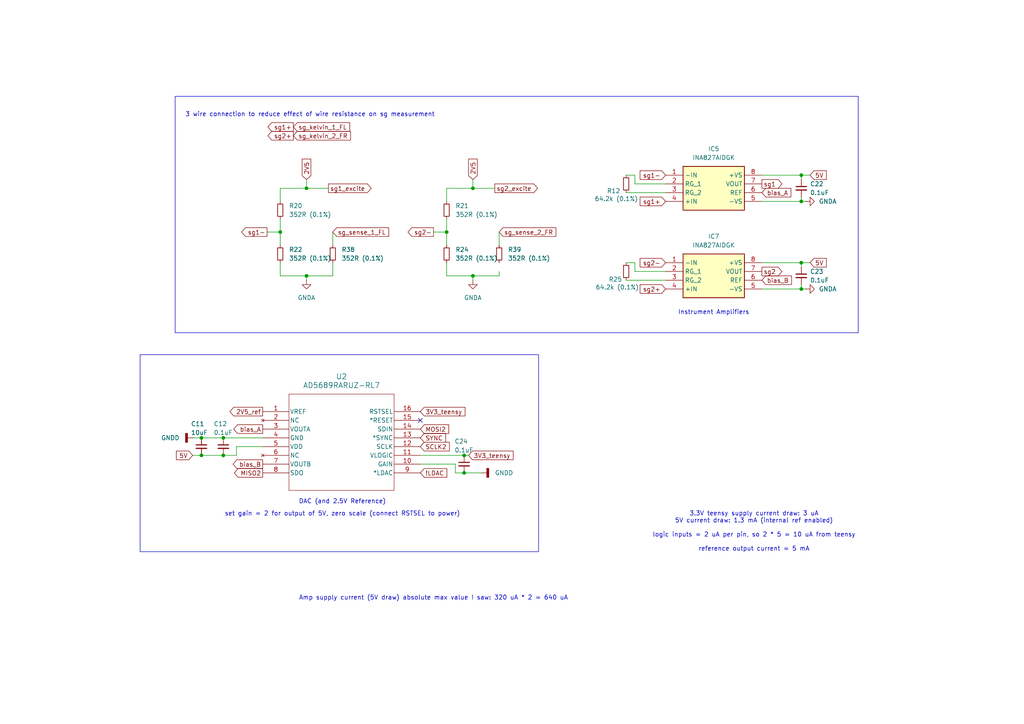
<source format=kicad_sch>
(kicad_sch (version 20250114) (generator "eeschema") (generator_version "9.0")
  (paper "A4")
  (lib_symbols
    (symbol "22XT_Main:AD5689RARUZ-RL7" (pin_names (offset 0.254))
      (property "Reference" "U" (at 22.86 10.16 0))
      (property "Value" "AD5689RARUZ-RL7" (at 22.86 7.62 0))
      (symbol "AD5689RARUZ-RL7_0_1"
        (polyline (pts (xy 7.62 5.08) (xy 7.62 -22.86)) (stroke (width 0.127)))
        (polyline (pts (xy 7.62 -22.86) (xy 38.1 -22.86)) (stroke (width 0.127)))
        (polyline (pts (xy 38.1 5.08) (xy 7.62 5.08)) (stroke (width 0.127)))
        (polyline (pts (xy 38.1 -22.86) (xy 38.1 5.08)) (stroke (width 0.127)))
        (pin input line (at 0 0 0) (length 7.62) (name "VREF") (number "1"))
        (pin no_connect line (at 0 -2.54 0) (length 7.62) (name "NC") (number "2"))
        (pin output line (at 0 -5.08 0) (length 7.62) (name "VOUTA") (number "3"))
        (pin power_in line (at 0 -7.62 0) (length 7.62) (name "GND") (number "4"))
        (pin power_in line (at 0 -10.16 0) (length 7.62) (name "VDD") (number "5"))
        (pin no_connect line (at 0 -12.7 0) (length 7.62) (name "NC") (number "6"))
        (pin output line (at 0 -15.24 0) (length 7.62) (name "VOUTB") (number "7"))
        (pin output line (at 0 -17.78 0) (length 7.62) (name "SDO") (number "8"))
        (pin unspecified line (at 45.72 0 180) (length 7.62) (name "RSTSEL") (number "16"))
        (pin input line (at 45.72 -2.54 180) (length 7.62) (name "*RESET") (number "15"))
        (pin input line (at 45.72 -5.08 180) (length 7.62) (name "SDIN") (number "14"))
        (pin input line (at 45.72 -7.62 180) (length 7.62) (name "*SYNC") (number "13"))
        (pin input line (at 45.72 -10.16 180) (length 7.62) (name "SCLK") (number "12"))
        (pin power_in line (at 45.72 -12.7 180) (length 7.62) (name "VLOGIC") (number "11"))
        (pin output line (at 45.72 -15.24 180) (length 7.62) (name "GAIN") (number "10"))
        (pin input line (at 45.72 -17.78 180) (length 7.62) (name "*LDAC") (number "9"))
      )
    )
    (symbol "22XT_Main:INA827AIDGK"
      (property "Reference" "IC" (at 24.13 7.62 0))
      (property "Value" "INA827AIDGK" (at 24.13 5.08 0))
      (symbol "INA827AIDGK_1_1"
        (rectangle (start 5.08 2.54) (end 22.86 -10.16) (stroke (width 0.254)) (fill (type background)))
        (pin passive line (at 0 0 0) (length 5.08) (name "-IN") (number "1"))
        (pin passive line (at 0 -2.54 0) (length 5.08) (name "RG_1") (number "2"))
        (pin passive line (at 0 -5.08 0) (length 5.08) (name "RG_2") (number "3"))
        (pin passive line (at 0 -7.62 0) (length 5.08) (name "+IN") (number "4"))
        (pin passive line (at 27.94 0 180) (length 5.08) (name "+VS") (number "8"))
        (pin passive line (at 27.94 -2.54 180) (length 5.08) (name "VOUT") (number "7"))
        (pin passive line (at 27.94 -5.08 180) (length 5.08) (name "REF") (number "6"))
        (pin passive line (at 27.94 -7.62 180) (length 5.08) (name "-VS") (number "5"))
      )
    )
    (symbol "Device:C_Small" (pin_numbers (hide yes)) (pin_names (offset 0.254) (hide yes))
      (property "Reference" "C" (at 0.254 1.778 0))
      (property "Value" "C_Small" (at 0.254 -2.032 0))
      (symbol "C_Small_0_1"
        (polyline (pts (xy -1.524 0.508) (xy 1.524 0.508)) (stroke (width 0.3048)))
        (polyline (pts (xy -1.524 -0.508) (xy 1.524 -0.508)) (stroke (width 0.3302)))
      )
      (symbol "C_Small_1_1"
        (pin passive line (at 0 2.54 270) (length 2.032) (name "~") (number "1"))
        (pin passive line (at 0 -2.54 90) (length 2.032) (name "~") (number "2"))
      )
    )
    (symbol "Device:R_Small" (pin_numbers (hide yes)) (pin_names (offset 0.254) (hide yes))
      (property "Reference" "R" (at 0.762 0.508 0))
      (property "Value" "R_Small" (at 0.762 -1.016 0))
      (symbol "R_Small_0_1"
        (rectangle (start -0.762 1.778) (end 0.762 -1.778) (stroke (width 0.2032)))
      )
      (symbol "R_Small_1_1"
        (pin passive line (at 0 2.54 270) (length 0.762) (name "~") (number "1"))
        (pin passive line (at 0 -2.54 90) (length 0.762) (name "~") (number "2"))
      )
    )
    (symbol "GNDA_1" (power) (pin_numbers (hide yes)) (pin_names (offset 0) (hide yes))
      (property "Value" "GNDA" (at 0 -3.81 0))
      (symbol "GNDA_1_0_1"
        (polyline (pts (xy 0 0) (xy 0 -1.27) (xy 1.27 -1.27) (xy 0 -2.54) (xy -1.27 -1.27) (xy 0 -1.27)))
      )
      (symbol "GNDA_1_1_1"
        (pin power_in line (at 0 0 270) (length 0) (name "~") (number "1"))
      )
    )
    (symbol "power:GNDA" (power) (pin_names (offset 0))
      (property "Value" "GNDA" (at 0 -3.81 0))
      (symbol "GNDA_0_1"
        (polyline (pts (xy 0 0) (xy 0 -1.27) (xy 1.27 -1.27) (xy 0 -2.54) (xy -1.27 -1.27) (xy 0 -1.27)))
      )
      (symbol "GNDA_1_1"
        (pin power_in line (at 0 0 270) (length 0) (hide yes) (name "GNDA") (number "1"))
      )
    )
    (symbol "power:GNDD" (power) (pin_numbers (hide yes)) (pin_names (offset 0) (hide yes))
      (property "Value" "GNDD" (at 0 -3.175 0))
      (symbol "GNDD_0_1"
        (rectangle (start -1.27 -1.524) (end 1.27 -2.032) (stroke (width 0.254)) (fill (type outline)))
        (polyline (pts (xy 0 0) (xy 0 -1.524)))
      )
      (symbol "GNDD_1_1"
        (pin power_in line (at 0 0 270) (length 0) (name "~") (number "1"))
      )
    )
  )
  (rectangle (start 40.64 102.87) (end 156.21 160.02))
  (rectangle (start 50.8 27.94) (end 248.92 96.52))
  (text "DAC (and 2.5V Reference)" (at 99.314 145.542 0) (effects (font (size 1.27 1.27))))
  (text "Amp supply current (5V draw) absolute max value I saw: 320 uA * 2 = 640 uA\n" (at 125.73 173.482 0) (effects (font (size 1.27 1.27))))
  (text "3.3V teensy supply current draw: 3 uA\n5V current draw: 1.3 mA (internal ref enabled)\n\nlogic inputs = 2 uA per pin, so 2 * 5 = 10 uA from teensy\n\nreference output current = 5 mA" (at 218.694 154.178 0) (effects (font (size 1.27 1.27))))
  (text "set gain = 2 for output of 5V, zero scale (connect RSTSEL to power)\n" (at 99.314 149.098 0) (effects (font (size 1.27 1.27))))
  (text "Instrument Amplifiers\n" (at 207.01 90.678 0) (effects (font (size 1.27 1.27))))
  (text "3 wire connection to reduce effect of wire resistance on sg measurement" (at 89.916 33.274 0) (effects (font (size 1.27 1.27))))
  (junction (at 88.9 54.61))
  (junction (at 137.16 54.61))
  (junction (at 81.28 67.31))
  (junction (at 232.41 58.42))
  (junction (at 137.16 80.01))
  (junction (at 232.41 83.82))
  (junction (at 232.41 50.8))
  (junction (at 232.41 76.2))
  (junction (at 134.62 137.16))
  (junction (at 129.54 67.31))
  (junction (at 58.42 127))
  (junction (at 134.62 132.08))
  (junction (at 58.42 132.08))
  (junction (at 64.77 132.08))
  (junction (at 88.9 80.01))
  (junction (at 64.77 127))
  (no_connect (at 121.92 121.92))
  (wire (pts (xy 144.78 78.74) (xy 144.78 80.01)))
  (wire (pts (xy 58.42 127) (xy 64.77 127)))
  (wire (pts (xy 88.9 80.01) (xy 88.9 81.28)))
  (wire (pts (xy 68.58 132.08) (xy 64.77 132.08)))
  (wire (pts (xy 232.41 57.15) (xy 232.41 58.42)))
  (wire (pts (xy 137.16 52.07) (xy 137.16 54.61)))
  (wire (pts (xy 81.28 63.5) (xy 81.28 67.31)))
  (wire (pts (xy 181.61 55.88) (xy 193.04 55.88)))
  (wire (pts (xy 233.68 83.82) (xy 232.41 83.82)))
  (wire (pts (xy 220.98 58.42) (xy 232.41 58.42)))
  (wire (pts (xy 181.61 50.8) (xy 184.15 50.8)))
  (wire (pts (xy 132.08 137.16) (xy 132.08 134.62)))
  (wire (pts (xy 125.73 67.31) (xy 129.54 67.31)))
  (wire (pts (xy 81.28 54.61) (xy 81.28 58.42)))
  (wire (pts (xy 135.89 132.08) (xy 134.62 132.08)))
  (wire (pts (xy 234.95 50.8) (xy 232.41 50.8)))
  (wire (pts (xy 81.28 54.61) (xy 88.9 54.61)))
  (wire (pts (xy 129.54 54.61) (xy 129.54 58.42)))
  (wire (pts (xy 184.15 78.74) (xy 184.15 76.2)))
  (wire (pts (xy 144.78 67.31) (xy 144.78 71.12)))
  (wire (pts (xy 129.54 67.31) (xy 129.54 71.12)))
  (wire (pts (xy 64.77 127) (xy 76.2 127)))
  (wire (pts (xy 129.54 54.61) (xy 137.16 54.61)))
  (wire (pts (xy 137.16 80.01) (xy 137.16 81.28)))
  (wire (pts (xy 81.28 67.31) (xy 81.28 71.12)))
  (wire (pts (xy 81.28 76.2) (xy 81.28 80.01)))
  (wire (pts (xy 64.77 132.08) (xy 58.42 132.08)))
  (wire (pts (xy 232.41 82.55) (xy 232.41 83.82)))
  (wire (pts (xy 181.61 76.2) (xy 184.15 76.2)))
  (wire (pts (xy 220.98 76.2) (xy 232.41 76.2)))
  (wire (pts (xy 134.62 137.16) (xy 132.08 137.16)))
  (wire (pts (xy 220.98 50.8) (xy 232.41 50.8)))
  (wire (pts (xy 55.88 132.08) (xy 58.42 132.08)))
  (wire (pts (xy 88.9 80.01) (xy 96.52 80.01)))
  (wire (pts (xy 68.58 129.54) (xy 68.58 132.08)))
  (wire (pts (xy 193.04 53.34) (xy 184.15 53.34)))
  (wire (pts (xy 132.08 134.62) (xy 121.92 134.62)))
  (wire (pts (xy 81.28 80.01) (xy 88.9 80.01)))
  (wire (pts (xy 96.52 76.2) (xy 96.52 80.01)))
  (wire (pts (xy 96.52 67.31) (xy 96.52 71.12)))
  (wire (pts (xy 193.04 78.74) (xy 184.15 78.74)))
  (wire (pts (xy 88.9 54.61) (xy 95.25 54.61)))
  (wire (pts (xy 233.68 58.42) (xy 232.41 58.42)))
  (wire (pts (xy 68.58 129.54) (xy 76.2 129.54)))
  (wire (pts (xy 134.62 132.08) (xy 121.92 132.08)))
  (wire (pts (xy 220.98 83.82) (xy 232.41 83.82)))
  (wire (pts (xy 137.16 54.61) (xy 143.51 54.61)))
  (wire (pts (xy 234.95 76.2) (xy 232.41 76.2)))
  (wire (pts (xy 77.47 67.31) (xy 81.28 67.31)))
  (wire (pts (xy 88.9 52.07) (xy 88.9 54.61)))
  (wire (pts (xy 184.15 53.34) (xy 184.15 50.8)))
  (wire (pts (xy 129.54 80.01) (xy 137.16 80.01)))
  (wire (pts (xy 129.54 63.5) (xy 129.54 67.31)))
  (wire (pts (xy 137.16 80.01) (xy 144.78 80.01)))
  (wire (pts (xy 129.54 76.2) (xy 129.54 80.01)))
  (wire (pts (xy 232.41 77.47) (xy 232.41 76.2)))
  (wire (pts (xy 181.61 81.28) (xy 193.04 81.28)))
  (wire (pts (xy 55.88 127) (xy 58.42 127)))
  (wire (pts (xy 232.41 52.07) (xy 232.41 50.8)))
  (wire (pts (xy 139.7 137.16) (xy 134.62 137.16)))
  (global_label "3V3_teensy" (shape input) (at 121.92 119.38 0) (property "Intersheetrefs" "${INTERSHEET_REFS}" (effects (hide yes))))
  (global_label "bias_A" (shape input) (at 220.98 55.88 0) (property "Intersheetrefs" "${INTERSHEET_REFS}" (effects (hide yes))))
  (global_label "sg1+" (shape output) (at 85.09 36.83 180) (property "Intersheetrefs" "${INTERSHEET_REFS}" (effects (hide yes))))
  (global_label "sg_kelvin_1_FL" (shape input) (at 85.09 36.83 0) (property "Intersheetrefs" "${INTERSHEET_REFS}" (effects (hide yes))))
  (global_label "2V5" (shape input) (at 88.9 52.07 90) (property "Intersheetrefs" "${INTERSHEET_REFS}" (effects (hide yes))))
  (global_label "sg2+" (shape input) (at 193.04 83.82 180) (property "Intersheetrefs" "${INTERSHEET_REFS}" (effects (hide yes))))
  (global_label "5V" (shape input) (at 234.95 76.2 0) (property "Intersheetrefs" "${INTERSHEET_REFS}" (effects (hide yes))))
  (global_label "sg2_excite" (shape output) (at 143.51 54.61 0) (property "Intersheetrefs" "${INTERSHEET_REFS}" (effects (hide yes))))
  (global_label "sg1_excite" (shape output) (at 95.25 54.61 0) (property "Intersheetrefs" "${INTERSHEET_REFS}" (effects (hide yes))))
  (global_label "sg2-" (shape input) (at 193.04 76.2 180) (property "Intersheetrefs" "${INTERSHEET_REFS}" (effects (hide yes))))
  (global_label "SCLK2" (shape input) (at 121.92 129.54 0) (property "Intersheetrefs" "${INTERSHEET_REFS}" (effects (hide yes))))
  (global_label "2V5" (shape input) (at 137.16 52.07 90) (property "Intersheetrefs" "${INTERSHEET_REFS}" (effects (hide yes))))
  (global_label "sg_sense_1_FL" (shape input) (at 96.52 67.31 0) (property "Intersheetrefs" "${INTERSHEET_REFS}" (effects (hide yes))))
  (global_label "5V" (shape input) (at 234.95 50.8 0) (property "Intersheetrefs" "${INTERSHEET_REFS}" (effects (hide yes))))
  (global_label "sg2-" (shape output) (at 125.73 67.31 180) (property "Intersheetrefs" "${INTERSHEET_REFS}" (effects (hide yes))))
  (global_label "sg1-" (shape output) (at 77.47 67.31 180) (property "Intersheetrefs" "${INTERSHEET_REFS}" (effects (hide yes))))
  (global_label "sg2+" (shape output) (at 85.09 39.37 180) (property "Intersheetrefs" "${INTERSHEET_REFS}" (effects (hide yes))))
  (global_label "bias_B" (shape output) (at 76.2 134.62 180) (property "Intersheetrefs" "${INTERSHEET_REFS}" (effects (hide yes))))
  (global_label "sg1+" (shape input) (at 193.04 58.42 180) (property "Intersheetrefs" "${INTERSHEET_REFS}" (effects (hide yes))))
  (global_label "2V5_ref" (shape output) (at 76.2 119.38 180) (property "Intersheetrefs" "${INTERSHEET_REFS}" (effects (hide yes))))
  (global_label "MISO2" (shape output) (at 76.2 137.16 180) (property "Intersheetrefs" "${INTERSHEET_REFS}" (effects (hide yes))))
  (global_label "3V3_teensy" (shape input) (at 135.89 132.08 0) (property "Intersheetrefs" "${INTERSHEET_REFS}" (effects (hide yes))))
  (global_label "sg_sense_2_FR" (shape input) (at 144.78 67.31 0) (property "Intersheetrefs" "${INTERSHEET_REFS}" (effects (hide yes))))
  (global_label "sg2" (shape output) (at 220.98 78.74 0) (property "Intersheetrefs" "${INTERSHEET_REFS}" (effects (hide yes))))
  (global_label "SYNC" (shape input) (at 121.92 127 0) (property "Intersheetrefs" "${INTERSHEET_REFS}" (effects (hide yes))))
  (global_label "bias_B" (shape input) (at 220.98 81.28 0) (property "Intersheetrefs" "${INTERSHEET_REFS}" (effects (hide yes))))
  (global_label "5V" (shape input) (at 55.88 132.08 180) (property "Intersheetrefs" "${INTERSHEET_REFS}" (effects (hide yes))))
  (global_label "!LDAC" (shape input) (at 121.92 137.16 0) (property "Intersheetrefs" "${INTERSHEET_REFS}" (effects (hide yes))))
  (global_label "sg1" (shape output) (at 220.98 53.34 0) (property "Intersheetrefs" "${INTERSHEET_REFS}" (effects (hide yes))))
  (global_label "sg1-" (shape input) (at 193.04 50.8 180) (property "Intersheetrefs" "${INTERSHEET_REFS}" (effects (hide yes))))
  (global_label "sg_kelvin_2_FR" (shape input) (at 85.09 39.37 0) (property "Intersheetrefs" "${INTERSHEET_REFS}" (effects (hide yes))))
  (global_label "MOSI2" (shape input) (at 121.92 124.46 0) (property "Intersheetrefs" "${INTERSHEET_REFS}" (effects (hide yes))))
  (global_label "bias_A" (shape output) (at 76.2 124.46 180) (property "Intersheetrefs" "${INTERSHEET_REFS}" (effects (hide yes))))
  (symbol (lib_id "Device:C_Small") (at 58.42 129.54 0) (unit 1)
    (property "Reference" "C11" (at 55.372 122.936 0) (effects (justify left)))
    (property "Value" "10uF" (at 55.372 125.476 0) (effects (justify left)))
    (property "Footprint" "Capacitor_SMD:C_0402_1005Metric" (effects (hide yes)))
    (property "Description" "Unpolarized capacitor, small symbol" (effects (hide yes)))
  )
  (symbol (lib_id "Device:C_Small") (at 232.41 54.61 0) (unit 1)
    (property "Reference" "C22" (at 234.95 53.3462 0) (effects (justify left)))
    (property "Value" "0.1uF" (at 234.95 55.8862 0) (effects (justify left)))
    (property "Footprint" "Capacitor_SMD:C_0402_1005Metric" (effects (hide yes)))
    (property "Description" "Unpolarized capacitor, small symbol" (effects (hide yes)))
  )
  (symbol (lib_id "Device:C_Small") (at 64.77 129.54 0) (unit 1)
    (property "Reference" "C12" (at 61.976 122.936 0) (effects (justify left)))
    (property "Value" "0.1uF" (at 61.976 125.476 0) (effects (justify left)))
    (property "Footprint" "Capacitor_SMD:C_0402_1005Metric" (effects (hide yes)))
    (property "Description" "Unpolarized capacitor, small symbol" (effects (hide yes)))
  )
  (symbol (lib_name "GNDA_1") (lib_id "power:GNDA") (at 233.68 58.42 90) (unit 1)
    (property "Reference" "#PWR017" (effects (hide yes)))
    (property "Value" "GNDA" (at 237.49 58.4199 90) (effects (justify right)))
    (property "Description" "Power symbol creates a global label with name \"GNDA\" , analog ground" (effects (hide yes)))
  )
  (symbol (lib_id "22XT_Main:INA827AIDGK") (at 193.04 76.2 0) (unit 1)
    (property "Reference" "IC7" (at 207.01 68.58 0))
    (property "Value" "INA827AIDGK" (at 207.01 71.12 0))
    (property "Footprint" "SOP65P490X110-8N" (effects (hide yes)))
    (property "Datasheet" "http://www.ti.com/lit/ds/symlink/ina827.pdf" (effects (hide yes)))
    (property "Description" "Texas Instruments INA827AIDGK Instrumentation Amplifier, 150uV Offset 600kHz GBW, CMMR 88dB, 2.7  36 V, 8-Pin" (effects (hide yes)))
    (property "Height" "1.1" (effects (hide yes)))
    (property "Mouser Part Number" "595-INA827AIDGK" (effects (hide yes)))
    (property "Mouser Price/Stock" "https://www.mouser.co.uk/ProductDetail/Texas-Instruments/INA827AIDGK?qs=4whTb%2F0XQMjCMY8OfLWUhA%3D%3D" (effects (hide yes)))
    (property "Manufacturer_Name" "Texas Instruments" (effects (hide yes)))
    (property "Manufacturer_Part_Number" "INA827AIDGK" (effects (hide yes)))
  )
  (symbol (lib_id "Device:R_Small") (at 81.28 60.96 0) (unit 1)
    (property "Reference" "R20" (at 83.82 59.6899 0) (effects (justify left)))
    (property "Value" "352R (0.1%)" (at 83.82 62.2299 0) (effects (justify left)))
    (property "Footprint" "Resistor_SMD:R_0402_1005Metric" (effects (hide yes)))
    (property "Description" "Resistor, small symbol" (effects (hide yes)))
  )
  (symbol (lib_id "22XT_Main:AD5689RARUZ-RL7") (at 76.2 119.38 0) (unit 1)
    (property "Reference" "U2" (at 99.06 109.22 0) (effects (font (size 1.524 1.524))))
    (property "Value" "AD5689RARUZ-RL7" (at 99.06 111.76 0) (effects (font (size 1.524 1.524))))
    (property "Footprint" "RU_16_ADI" (effects (hide yes)))
    (property "Datasheet" "AD5689RARUZ-RL7" (effects (hide yes)))
  )
  (symbol (lib_id "Device:R_Small") (at 144.78 73.66 0) (unit 1)
    (property "Reference" "R39" (at 147.32 72.3899 0) (effects (justify left)))
    (property "Value" "352R (0.1%)" (at 147.32 74.9299 0) (effects (justify left)))
    (property "Footprint" "Resistor_SMD:R_0402_1005Metric" (effects (hide yes)))
    (property "Description" "Resistor, small symbol" (effects (hide yes)))
  )
  (symbol (lib_id "power:GNDD") (at 139.7 137.16 90) (unit 1)
    (property "Reference" "#PWR029" (effects (hide yes)))
    (property "Value" "GNDD" (at 143.51 137.1599 90) (effects (justify right)))
    (property "Description" "Power symbol creates a global label with name \"GNDD\" , digital ground" (effects (hide yes)))
  )
  (symbol (lib_id "power:GNDD") (at 55.88 127 270) (unit 1)
    (property "Reference" "#PWR010" (effects (hide yes)))
    (property "Value" "GNDD" (at 52.07 126.9999 90) (effects (justify right)))
    (property "Description" "Power symbol creates a global label with name \"GNDD\" , digital ground" (effects (hide yes)))
  )
  (symbol (lib_id "Device:R_Small") (at 181.61 53.34 0) (unit 1)
    (property "Reference" "R12" (at 176.022 55.372 0) (effects (justify left)))
    (property "Value" "64.2k (0.1%)" (at 172.466 57.658 0) (effects (justify left)))
    (property "Footprint" "Resistor_SMD:R_0402_1005Metric" (effects (hide yes)))
    (property "Description" "Resistor, small symbol" (effects (hide yes)))
  )
  (symbol (lib_id "22XT_Main:INA827AIDGK") (at 193.04 50.8 0) (unit 1)
    (property "Reference" "IC5" (at 207.01 43.18 0))
    (property "Value" "INA827AIDGK" (at 207.01 45.72 0))
    (property "Footprint" "SOP65P490X110-8N" (effects (hide yes)))
    (property "Datasheet" "http://www.ti.com/lit/ds/symlink/ina827.pdf" (effects (hide yes)))
    (property "Description" "Texas Instruments INA827AIDGK Instrumentation Amplifier, 150uV Offset 600kHz GBW, CMMR 88dB, 2.7  36 V, 8-Pin" (effects (hide yes)))
    (property "Height" "1.1" (effects (hide yes)))
    (property "Mouser Part Number" "595-INA827AIDGK" (effects (hide yes)))
    (property "Mouser Price/Stock" "https://www.mouser.co.uk/ProductDetail/Texas-Instruments/INA827AIDGK?qs=4whTb%2F0XQMjCMY8OfLWUhA%3D%3D" (effects (hide yes)))
    (property "Manufacturer_Name" "Texas Instruments" (effects (hide yes)))
    (property "Manufacturer_Part_Number" "INA827AIDGK" (effects (hide yes)))
  )
  (symbol (lib_id "Device:R_Small") (at 181.61 78.74 0) (unit 1)
    (property "Reference" "R25" (at 176.53 81.026 0) (effects (justify left)))
    (property "Value" "64.2k (0.1%)" (at 172.72 83.312 0) (effects (justify left)))
    (property "Footprint" "Resistor_SMD:R_0402_1005Metric" (effects (hide yes)))
    (property "Description" "Resistor, small symbol" (effects (hide yes)))
  )
  (symbol (lib_id "Device:R_Small") (at 96.52 73.66 0) (unit 1)
    (property "Reference" "R38" (at 99.06 72.3899 0) (effects (justify left)))
    (property "Value" "352R (0.1%)" (at 99.06 74.9299 0) (effects (justify left)))
    (property "Footprint" "Resistor_SMD:R_0402_1005Metric" (effects (hide yes)))
    (property "Description" "Resistor, small symbol" (effects (hide yes)))
  )
  (symbol (lib_id "Device:R_Small") (at 81.28 73.66 0) (unit 1)
    (property "Reference" "R22" (at 83.82 72.3899 0) (effects (justify left)))
    (property "Value" "352R (0.1%)" (at 83.82 74.9299 0) (effects (justify left)))
    (property "Footprint" "Resistor_SMD:R_0402_1005Metric" (effects (hide yes)))
    (property "Description" "Resistor, small symbol" (effects (hide yes)))
  )
  (symbol (lib_id "Device:C_Small") (at 232.41 80.01 0) (unit 1)
    (property "Reference" "C23" (at 234.95 78.7462 0) (effects (justify left)))
    (property "Value" "0.1uF" (at 234.95 81.2862 0) (effects (justify left)))
    (property "Footprint" "Capacitor_SMD:C_0402_1005Metric" (effects (hide yes)))
    (property "Description" "Unpolarized capacitor, small symbol" (effects (hide yes)))
  )
  (symbol (lib_id "Device:R_Small") (at 129.54 60.96 0) (unit 1)
    (property "Reference" "R21" (at 132.08 59.6899 0) (effects (justify left)))
    (property "Value" "352R (0.1%)" (at 132.08 62.2299 0) (effects (justify left)))
    (property "Footprint" "Resistor_SMD:R_0402_1005Metric" (effects (hide yes)))
    (property "Description" "Resistor, small symbol" (effects (hide yes)))
  )
  (symbol (lib_id "Device:R_Small") (at 129.54 73.66 0) (unit 1)
    (property "Reference" "R24" (at 132.08 72.3899 0) (effects (justify left)))
    (property "Value" "352R (0.1%)" (at 132.08 74.9299 0) (effects (justify left)))
    (property "Footprint" "Resistor_SMD:R_0402_1005Metric" (effects (hide yes)))
    (property "Description" "Resistor, small symbol" (effects (hide yes)))
  )
  (symbol (lib_id "Device:C_Small") (at 134.62 134.62 0) (unit 1)
    (property "Reference" "C24" (at 131.826 128.016 0) (effects (justify left)))
    (property "Value" "0.1uF" (at 131.826 130.556 0) (effects (justify left)))
    (property "Footprint" "Capacitor_SMD:C_0402_1005Metric" (effects (hide yes)))
    (property "Description" "Unpolarized capacitor, small symbol" (effects (hide yes)))
  )
  (symbol (lib_id "power:GNDA") (at 137.16 81.28 0) (unit 1)
    (property "Reference" "#PWR027" (effects (hide yes)))
    (property "Value" "GNDA" (at 137.16 86.36 0))
  )
  (symbol (lib_id "power:GNDA") (at 88.9 81.28 0) (unit 1)
    (property "Reference" "#PWR026" (effects (hide yes)))
    (property "Value" "GNDA" (at 88.9 86.36 0))
  )
  (symbol (lib_name "GNDA_1") (lib_id "power:GNDA") (at 233.68 83.82 90) (unit 1)
    (property "Reference" "#PWR028" (effects (hide yes)))
    (property "Value" "GNDA" (at 237.49 83.8199 90) (effects (justify right)))
    (property "Description" "Power symbol creates a global label with name \"GNDA\" , analog ground" (effects (hide yes)))
  )
)
</source>
